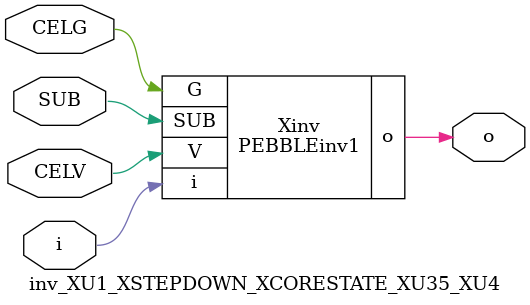
<source format=v>



module PEBBLEinv1 ( o, G, SUB, V, i );

  input V;
  input i;
  input G;
  output o;
  input SUB;
endmodule

//Celera Confidential Do Not Copy inv_XU1_XSTEPDOWN_XCORESTATE_XU35_XU4
//Celera Confidential Symbol Generator
//5V Inverter
module inv_XU1_XSTEPDOWN_XCORESTATE_XU35_XU4 (CELV,CELG,i,o,SUB);
input CELV;
input CELG;
input i;
input SUB;
output o;

//Celera Confidential Do Not Copy inv
PEBBLEinv1 Xinv(
.V (CELV),
.i (i),
.o (o),
.SUB (SUB),
.G (CELG)
);
//,diesize,PEBBLEinv1

//Celera Confidential Do Not Copy Module End
//Celera Schematic Generator
endmodule

</source>
